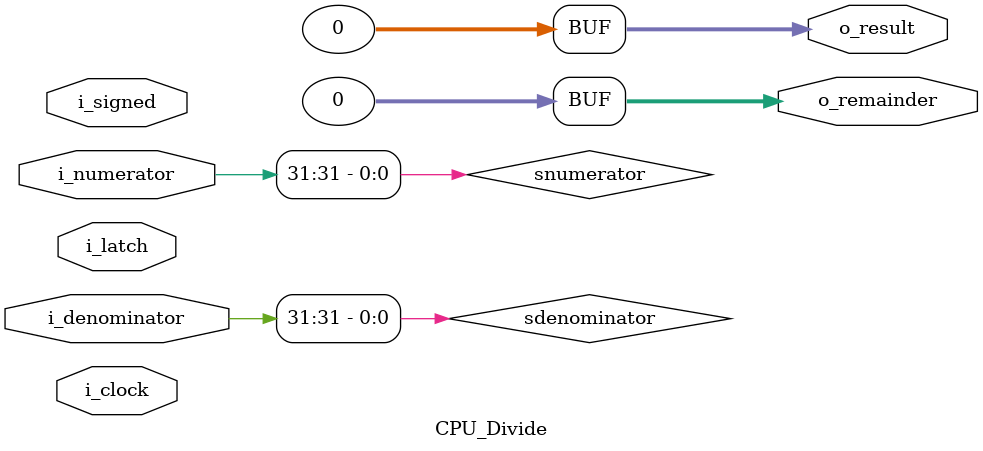
<source format=v>
module CPU_Divide (
	i_clock,
	i_latch,
	i_signed,
	i_numerator,
	i_denominator,
	o_result,
	o_remainder
);
	input i_clock;
	input i_latch;
	input i_signed;
	input [31:0] i_numerator;
	input [31:0] i_denominator;
	output wire [31:0] o_result;
	output wire [31:0] o_remainder;
	wire snumerator = i_numerator[31];
	wire sdenominator = i_denominator[31];
	wire [31:0] unumerator = (i_signed && snumerator ? -$signed(i_numerator) : i_numerator);
	wire [31:0] udenominator = (i_signed && sdenominator ? -$signed(i_denominator) : i_denominator);
	reg [1:0] s;
	always @(posedge i_clock)
		if (i_latch)
			s <= {snumerator, sdenominator};
	assign o_result = 32'd0;
	assign o_remainder = 32'd0;
endmodule
</source>
